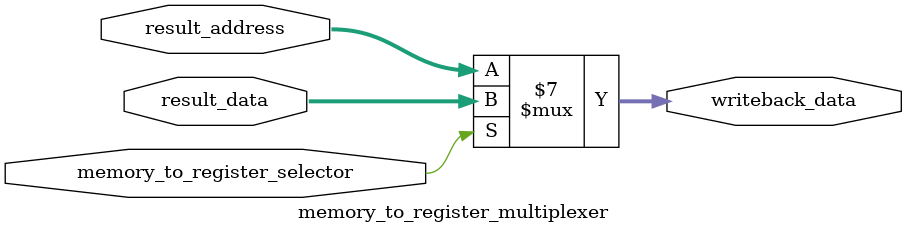
<source format=v>
module Processor(clock, reset, instruction, counter, 
    e_register_write, e_memory_to_register, e_memory_write, e_alu_control, e_alu_immediate, e_register_destination, e_rs_data, e_rt_data, e_immediate,
    m_register_write, m_memory_to_register, m_memory_write, m_register_destination, m_result, m_rt_data,
    w_register_write, w_memory_to_register, w_register_destination, w_result_address, w_result_data);

    input clock;
    input reset;
    output [31:0] instruction;
    output [31:0] counter;
    
    output e_register_write;
    output e_memory_to_register;
    output e_memory_write;
    output [3:0] e_alu_control;
    output e_alu_immediate;
    output [4:0] e_register_destination;
    output [31:0] e_rs_data;
    output [31:0] e_rt_data;
    output [31:0] e_immediate;
   
    output m_register_write;
    output m_memory_to_register;
    output m_memory_write;
    output [4:0] m_register_destination;
    output [31:0] m_result;
    output [31:0] m_rt_data;    
    
    output w_register_write;
    output w_memory_to_register;
    output [4:0] w_register_destination;
    output [31:0] w_result_address;
    output [31:0] w_result_data;
    
    // Wires for the fetch stage.
    wire [31:0] adder_to_program_counter;
    wire [31:0] program_counter_out; // Needs to be split up into two wires.
    wire [31:0] program_counter_to_adder;
    wire [31:0] program_counter_to_instruction_memory;
    wire [31:0] instruction_memory_to_fetch_decode;
    wire [31:0] instruction_out;
    
    // Wires for the decode stage.
    wire register_write_to_decode_execute;
    wire memory_to_register_to_decode_execute;
    wire memory_write_to_decode_execute;
    wire [3:0] alu_control_to_decode_execute;
    wire alu_immediate_to_decode_execute;
    wire register_destination_selector_to_destination;  
    wire [4:0] destination_to_decode_execute;
    wire register_write_memory_writeback_to_regfile; // FAR
    wire [4:0] register_destination_memory_writeback_to_regfile;
    wire [31:0] register_data_to_regfile; // FAR
    wire [31:0] rs_data_regfile_to_decode_execute;
    wire [31:0] rt_data_regfile_to_decode_execute;   
    wire [31:0] immediate_to_decode_execute;
    
    // Wires for the execute stage.
    wire register_write_decode_execute_to_execute_memory;
    wire memory_to_register_decode_execute_to_execute_memory;
    wire memory_write_decode_execute_to_execute_memory;
    wire [3:0] alu_control_decode_execute_to_alu;
    wire alu_immediate_decode_execute_to_second_source_alu;
    wire [4:0] register_destination_decode_execute_to_execute_memory;
    wire [31:0] rs_data_decode_execute_to_alu;
    wire [31:0] immediate_decode_execute_to_second_source_alu;  
    wire [31:0] second_source_second_source_alu_to_alu; 
    wire [31:0] result_alu_to_execute_memory;   
    wire [31:0] rt_data_decode_execute_to_execute_memory;  
    wire [31:0] rt_data_decode_execute_to_second_source_alu;
    wire [31:0] rt_data_decode_execute_out; // Wire needs to be split.
    wire [31:0] result_execute_memory_out; // Wire needs  to be split.     
    
    // Wires for the memory stage.
    wire [31:0] result_address_execute_memory_to_memory_writeback; 
    wire [31:0] result_address_execute_memory_to_data_memory;
    wire register_write_execute_memory_to_memory_writeback;
    wire memory_to_register_execute_memory_to_memory_writeback;
    wire memory_write_execute_memory_to_data_memory;
    wire [4:0] register_destination_execute_memory_to_memory_writeback;
    wire [31:0] rt_data_execute_memory_to_data_memory;   
    wire [31:0] result_data_data_memory_to_memory_writeback;
    
    // Wire for the writeback stage.
    wire memory_to_register_memory_writeback_to_memory_to_register_multiplexer;
    wire [31:0] result_address_memory_writeback_to_memory_to_register_multiplexer;
    wire [31:0] result_data_memory_writeback_to_memory_to_register_multiplexer;
    
    
    // I organized it in such a way that all the outputs are given values through
    // the assignments to existing wires.
    assign program_counter_to_adder = program_counter_out;
    assign program_counter_to_instruction_memory = program_counter_out;
    assign instruction = instruction_out; 
    assign counter = program_counter_out;
    
    assign e_register_write = register_write_decode_execute_to_execute_memory;
    assign e_memory_to_register = memory_to_register_decode_execute_to_execute_memory;
    assign e_memory_write = memory_write_decode_execute_to_execute_memory;
    assign e_alu_control = alu_control_decode_execute_to_alu;
    assign e_alu_immediate = alu_immediate_decode_execute_to_second_source_alu;
    assign e_register_destination = register_destination_decode_execute_to_execute_memory;
    assign e_rs_data = rs_data_decode_execute_to_alu;
    assign e_rt_data = rt_data_decode_execute_to_second_source_alu;
    assign e_immediate = immediate_decode_execute_to_second_source_alu;
    
    // Splitting wires.
    assign result_address_execute_memory_to_memory_writeback = result_execute_memory_out;
    assign result_address_execute_memory_to_data_memory = result_execute_memory_out;
     
    assign m_register_write = register_write_execute_memory_to_memory_writeback;
    assign m_memory_to_register = memory_to_register_execute_memory_to_memory_writeback;
    assign m_memory_write = memory_write_execute_memory_to_data_memory;
    assign m_register_destination = register_destination_execute_memory_to_memory_writeback;
    assign m_result = result_execute_memory_out; 
    assign m_rt_data = rt_data_execute_memory_to_data_memory;
    
    // More splitting.
    assign rt_data_decode_execute_to_second_source_alu = rt_data_decode_execute_out;
    assign rt_data_decode_execute_to_execute_memory = rt_data_decode_execute_out;
    
    assign w_register_write = register_write_memory_writeback_to_regfile;
    assign w_memory_to_register = memory_to_register_memory_writeback_to_memory_to_register_multiplexer;
    assign w_register_destination = register_destination_memory_writeback_to_regfile;
    assign w_result_address = result_address_memory_writeback_to_memory_to_register_multiplexer;
    assign w_result_data = result_data_memory_writeback_to_memory_to_register_multiplexer;
    
    // Instantiating modules.
    program_counter program_counter(
        .clock(clock),
        .reset(reset),
        .in_pc(adder_to_program_counter),
        .out_pc(program_counter_out)
    );
    
    adder adder(
        .old_counter(program_counter_to_adder),
        .new_counter(adder_to_program_counter)
    );
    
    instruction_memory instruction_memory(
        .pc_address(program_counter_to_instruction_memory),
        .instruction(instruction_memory_to_fetch_decode)
    );
    
    fetch_decode fetch_decode(
        .clock(clock),
        .reset(reset),
        .in_instruct(instruction_memory_to_fetch_decode),
        .out_instruct(instruction_out)
    );
    
    control_unit control_unit(
        .op_code(instruction_out[31:26]),
        .function_code(instruction_out[5:0]),
        .register_write(register_write_to_decode_execute),
        .memory_to_register(memory_to_register_to_decode_execute),
        .memory_write(memory_write_to_decode_execute),
        .alu_control(alu_control_to_decode_execute),
        .alu_immediate(alu_immediate_to_decode_execute),
        .register_destination(register_destination_selector_to_destination)
    );
    
    destination destination(
        .destination_selector(register_destination_selector_to_destination),
        .rt(instruction_out[25:21]), 
        .rd(instruction_out[20:16]), 
        .register_destination(destination_to_decode_execute)
    );
    
    regfile regfile(
        .clock(clock), 
        .write_enable(register_write_memory_writeback_to_regfile), 
        .write_address(register_destination_memory_writeback_to_regfile), 
        .write_data(register_data_to_regfile), 
        .rs_address(instruction_out[26:21]), 
        .rt_address(instruction_out[20:16]), 
        .rs_data(rs_data_regfile_to_decode_execute), 
        .rt_data(rt_data_regfile_to_decode_execute)
    );
        
    sign_extender sign_extender(
        .instruction(instruction_out[15:0]),
        .immediate(immediate_to_decode_execute)
    );
    
    decode_execute decode_execute(
        .clock(clock), 
        .register_write(register_write_to_decode_execute), 
        .memory_to_register(memory_to_register_to_decode_execute), 
        .memory_write(memory_write_to_decode_execute), 
        .alu_control(alu_control_to_decode_execute), 
        .alu_immediate(alu_immediate_to_decode_execute), 
        .register_destination(destination_to_decode_execute), 
        .rs_data(rs_data_regfile_to_decode_execute), 
        .rt_data(rt_data_regfile_to_decode_execute), 
        .immediate(immediate_to_decode_execute),
        .e_register_write(register_write_decode_execute_to_execute_memory), 
        .e_memory_to_register(memory_to_register_decode_execute_to_execute_memory), 
        .e_memory_write(memory_write_decode_execute_to_execute_memory), 
        .e_alu_control(alu_control_decode_execute_to_alu), 
        .e_alu_immediate(alu_immediate_decode_execute_to_second_source_alu), 
        .e_register_destination(register_destination_decode_execute_to_execute_memory), 
        .e_rs_data(rs_data_decode_execute_to_alu), 
        .e_rt_data(rt_data_decode_execute_out), 
        .e_immediate(immediate_decode_execute_to_second_source_alu)
    );
        
    second_source_alu second_source_alu(
        .alu_immediate_selector(alu_immediate_decode_execute_to_second_source_alu), 
        .rt_data(rt_data_decode_execute_to_second_source_alu), 
        .immediate(immediate_decode_execute_to_second_source_alu), 
        .second_source(second_source_second_source_alu_to_alu)
    );
    
    alu alu(
        .alu_control(alu_control_decode_execute_to_alu), 
        .first_source(rs_data_decode_execute_to_alu), 
        .second_source(second_source_second_source_alu_to_alu), 
        .result(result_alu_to_execute_memory)
    );
    
    execute_memory execute_memory(
        .clock(clock), 
        .e_register_write(register_write_decode_execute_to_execute_memory), 
        .e_memory_to_register(memory_to_register_decode_execute_to_execute_memory), 
        .e_memory_write(memory_write_decode_execute_to_execute_memory), 
        .e_register_destination(register_destination_decode_execute_to_execute_memory), 
        .e_result(result_alu_to_execute_memory), 
        .e_rt_data(rt_data_decode_execute_to_execute_memory),
        
        .m_register_write(register_write_execute_memory_to_memory_writeback), 
        .m_memory_to_register(memory_to_register_execute_memory_to_memory_writeback), 
        .m_memory_write(memory_write_execute_memory_to_data_memory), 
        .m_register_destination(register_destination_execute_memory_to_memory_writeback), 
        .m_result(result_execute_memory_out), 
        .m_rt_data(rt_data_execute_memory_to_data_memory)
    );
    
    data_memory data_memory(
        .write_enable(memory_write_execute_memory_to_data_memory), 
        .write_data(rt_data_execute_memory_to_data_memory), 
        .result_address(result_address_execute_memory_to_data_memory), 
        .result_data(result_data_data_memory_to_memory_writeback)       
    );
    
    memory_writeback memory_writeback(
        .clock(clock), 
        .m_register_write(register_write_execute_memory_to_memory_writeback), 
        .m_memory_to_register(memory_to_register_execute_memory_to_memory_writeback), 
        .m_register_destination(register_destination_execute_memory_to_memory_writeback), 
        .m_result_address(result_address_execute_memory_to_memory_writeback), 
        .m_result_data(result_data_data_memory_to_memory_writeback),
        .w_register_write(register_write_memory_writeback_to_regfile), 
        .w_memory_to_register(memory_to_register_memory_writeback_to_memory_to_register_multiplexer), 
        .w_register_destination(register_destination_memory_writeback_to_regfile), 
        .w_result_address(result_address_memory_writeback_to_memory_to_register_multiplexer), 
        .w_result_data(result_data_memory_writeback_to_memory_to_register_multiplexer)
    );
    
    memory_to_register_multiplexer memory_to_register_multiplexer(
        .memory_to_register_selector(memory_to_register_memory_writeback_to_memory_to_register_multiplexer), 
        .result_address(result_address_memory_writeback_to_memory_to_register_multiplexer), 
        .result_data(result_data_memory_writeback_to_memory_to_register_multiplexer), 
        .writeback_data(register_data_to_regfile)
    );
    
endmodule


// program_counter module is a register that acts like a DFF that is triggered by
// the positive edge of the clock. This is a common pattern of the future registers
// for pipelining --> their logic resembles a DFF.
module program_counter(clock, reset, in_pc, out_pc);
    input clock;
    input reset;
    input [31:0] in_pc;
    output reg [31:0] out_pc;    
    
    initial begin
        out_pc <= 100;
    end
    
    always @(posedge clock) begin
        if(reset) out_pc <= 100;
        else out_pc <= in_pc;
    end
endmodule

// Adder simply increments the pc address by 4, so that we can move onto the
// next instruction.
module adder(old_counter, new_counter);
    input [31:0] old_counter;
    output reg [31:0] new_counter;
    
    always @(old_counter) begin
        new_counter <= old_counter + 4;
    end
endmodule

// instruction_memory module takes the given pc address and gives a 32 bit
// instructions from that address. These are hardcoded to show that it works.
// We represent this structure by making a reg called instruct_memory that stores
// these 32 bit addresses so that they can be accessed and manipulated.
module instruction_memory(pc_address, instruction);
    input [31:0] pc_address;
    output reg [31:0] instruction;
    reg [31:0] instruct_memory [0:511];

    initial begin
        instruct_memory[100] = 32'b100011_00001_00010_0000000000000000;
        instruct_memory[104] = 32'b100011_00001_00011_0000000000000100;
        instruct_memory[108] = 32'b100011_00001_00100_0000000000001000;
        instruct_memory[112] = 32'b100011_00001_00101_0000000000001100;
        instruct_memory[116] = 32'b000000_00010_01010_00110_00000_100000;
    end
    
    always @(pc_address) begin
        instruction <= instruct_memory[pc_address];
    end
endmodule

// fetch_decode pipeline register outputs only the 32 bit instruction.
module fetch_decode(clock, reset, in_instruct, out_instruct);
    input clock;
    input reset;
    input [31:0] in_instruct;
    output reg [31:0] out_instruct;

    always @(posedge clock) begin
        if(reset) out_instruct <= 0;
        else out_instruct <= in_instruct;
    end
endmodule

// sign_extender is used to make the 16 bit immediate field into 32 bits for
// later operations in the ALU if it gets there.
module sign_extender(instruction, immediate);
    input [31:0] instruction;
    output reg [31:0] immediate;
    
    always @(instruction) begin
        immediate = {{16{instruction[15]}}, instruction[15:0]};
    end
endmodule

// regfile module is similar in vein to the instruction memory. We have a structure
// called register that holds all the register values that we hardcode.
// Basically we give it two register addresses rs and rt, and we are given back the
// 32 bit data values that are actually stored in the register.
// The other aspect is writing to the register which is done at a later step.
module regfile(clock, write_enable, write_address, write_data, rs_address, rt_address, rs_data, rt_data); 
    input clock;
    input write_enable;
    input [4:0] write_address;
    input [31:0] write_data;
    input [4:0] rs_address;
    input [4:0] rt_address;
    output [31:0] rs_data; 
    output [31:0] rt_data;  
    reg [31:0] register [0:31]; 
    
    integer j;
    initial begin
        for(j = 0; j < 32; j = j + 1) register[j] = 0; // This might break.
    end
    
    integer k;
    initial begin
        for(k = 1; k < 11; k = k + 1)
            case(k)
                1: register[k] = 0;
                2: register[k] = 32'b0001_0000_0000_0000_0000_0000_0001_0001;
                3: register[k] = 32'b0010_0000_0000_0000_0000_0000_0010_0010;
                4: register[k] = 32'b0011_0000_0000_0000_0000_0000_0011_0011;
                5: register[k] = 32'b0100_0000_0000_0000_0000_0000_0100_0100;
                6: register[k] = 32'b0101_0000_0000_0000_0000_0000_0101_0101;
                7: register[k] = 32'b0110_0000_0000_0000_0000_0000_0110_0110;
                8: register[k] = 32'b0111_0000_0000_0000_0000_0000_0111_0111;
                9: register[k] = 32'b1000_0000_0000_0000_0000_0000_1000_1000;
                10: register[k] = 32'b1001_0000_0000_0000_0000_0000_1001_1001;
            endcase
    end
  
    assign rs_data = (rs_address == 0) ? 0 : register[rs_address];
    assign rt_data = (rt_address == 0) ? 0 : register[rt_address];
  
    always @(posedge clock) begin
        if(write_enable && (write_address != 0)) register[write_address] = write_data;
    end
endmodule 

// control_unit module determines the control lines. They determine how we manipulate
// the 32 bit instruction. This is done by checking the instruction type and funccode.
module control_unit(op_code, function_code, register_write, memory_to_register, memory_write, alu_control, alu_immediate, register_destination);
    input [5:0] op_code;
    input [5:0] function_code;
    output reg register_write;
    output reg memory_to_register;
    output reg memory_write;
    output reg [3:0] alu_control; 
    output reg alu_immediate; 
    output reg register_destination; 
    
    always @(op_code || function_code) begin
        case(op_code)
            6'b000000: begin // R type instruction
                case(function_code)
                    6'b100000: alu_control <= 4'b0010; // ADD
                    6'b100010: alu_control <= 4'b0110; // SUB
                    6'b100100: alu_control <= 4'b0000; // AND
                    6'b100101: alu_control <= 4'b0001; // OR
                    6'b101010: alu_control <= 4'b0111; // SLT
                    6'b100111: alu_control <= 4'b1100; // NOR
                endcase
                
                register_write <= 1;
                memory_to_register <= 0;
                memory_write <= 0;
                alu_immediate <= 0; // Uses rt for alu second source
                register_destination <= 1; // Because it uses rd for destination not rt.
            end
            6'b100011: begin // lw instruction
                register_write <= 1;
                memory_to_register <= 1;
                memory_write <= 1;
                alu_control <= 4'b0010; // lw uses add alu function
                alu_immediate <= 1; // Uses immediate shift for alu second source.
                register_destination <= 0; // Uses rt as destination register.
            end
            6'b101011: begin // sw instruction
                register_write <= 0;
                memory_to_register <= 1'bx; // So this is a don't care instance
                memory_write <= 1;
                alu_control <= 4'b0010; // sw uses add
                alu_immediate <= 1; // same as alu_src
                register_destination <= 0; // rt destination
            end      
        endcase
    end   
endmodule

// destination is a multiplexer module to determine whether or not the destination
// is rt or rd, which is found by the control module using the opcode.
module destination(destination_selector, rt, rd, register_destination);
    input destination_selector;
    input [4:0] rt;
    input [4:0] rd;
    output reg [4:0] register_destination;
    
    always @(destination_selector || rt || rd) begin
        if(destination_selector) register_destination <= rd;
        else register_destination <= rt;
    end
endmodule

// decode_execute pipeline is again, just a DFF that is triggered by the positive
// edge of the clock. I denote e_prefix as the output for this step.
module decode_execute(clock, register_write, memory_to_register, memory_write, alu_control, alu_immediate, register_destination, rs_data, rt_data, immediate,
    e_register_write, e_memory_to_register, e_memory_write, e_alu_control, e_alu_immediate, e_register_destination, e_rs_data, e_rt_data, e_immediate);
    
    input clock;
    
    input register_write;
    input memory_to_register;
    input memory_write;
    input [3:0] alu_control;
    input alu_immediate;
    input [4:0] register_destination;
    input [31:0] rs_data;
    input [31:0] rt_data;
    input [31:0] immediate;
    output reg e_register_write;
    output reg e_memory_to_register;
    output reg e_memory_write;
    output reg [3:0] e_alu_control;
    output reg e_alu_immediate;
    output reg [4:0] e_register_destination;
    output reg [31:0] e_rs_data;
    output reg [31:0] e_rt_data;
    output reg [31:0] e_immediate;
    
    always @(posedge clock) begin
        e_register_write <= register_write;
        e_memory_to_register <= memory_to_register;
        e_memory_write <= memory_write;
        e_alu_control <= alu_control;
        e_alu_immediate <= alu_immediate;
        e_register_destination <= register_destination;
        e_rs_data <= rs_data;
        e_rt_data <= rt_data;
        e_immediate <= immediate;
    end
endmodule

// second_source_alu is to determine whether or not we use the value for
// rt_data or the immediate field for alu, which is determined by the control unit.
module second_source_alu(alu_immediate_selector, rt_data, immediate, second_source);
    input alu_immediate_selector;
    input [31:0] rt_data;
    input [31:0] immediate;
    output reg [31:0] second_source;
    
    always @(alu_immediate_selector || rt_data || immediate) begin
        if(alu_immediate_selector) second_source <= immediate;
        else second_source <= rt_data;
    end    
endmodule

// This part does an operation between the first and second source depending on
// what operation we need, which is found by the control unit. The output is then
// set as the result.
module alu(alu_control, first_source, second_source, result);
    input [3:0] alu_control;
    input [31:0] first_source;
    input [31:0] second_source;
    output reg [31:0] result;
    
    always @(alu_control || first_source || second_source) begin
        case(alu_control)
            4'b0000: result <= first_source & second_source;
            4'b0001: result <= first_source | second_source;
            4'b0010: result <= first_source + second_source;
            4'b0110: result <= first_source - second_source;
            4'b0111: result <= first_source < second_source ? 1 : 0;
            4'b1100: result <= first_source ^ second_source;
        endcase
    end
endmodule

// execute_memory pipeline is a DFF, same as other cases.
module execute_memory(clock, e_register_write, e_memory_to_register, e_memory_write, e_register_destination, e_result, e_rt_data,
    m_register_write, m_memory_to_register, m_memory_write, m_register_destination, m_result, m_rt_data);
    
    input clock;
    input e_register_write;
    input e_memory_to_register;
    input e_memory_write;
    input [4:0] e_register_destination;
    input [31:0] e_result;
    input [31:0] e_rt_data;
    
    output reg m_register_write;
    output reg m_memory_to_register;
    output reg m_memory_write;
    output reg [4:0] m_register_destination;
    output reg [31:0] m_result;
    output reg [31:0] m_rt_data;
    
    always @(posedge clock) begin
        m_register_write <= e_register_write;
        m_memory_to_register <= e_memory_to_register;
        m_memory_write <= e_memory_write;
        m_register_destination <= e_register_destination;
        m_result <= e_result;
        m_rt_data <= e_rt_data;
    end 
endmodule

// data_memory is similar to the regfile and instruction memory.
// The values are hardcoded and taken from a structure called data_memory which
// holds them all. 
module data_memory(write_enable, write_data, result_address, result_data);
    input write_enable;
    input [31:0] write_data; 
    input [31:0] result_address;
    output [31:0] result_data; 
    reg [31:0] data_memory [0:511];
    
    integer j;
    initial begin
        for(j = 0; j < 512; j = j + 1) data_memory[j] = 0; 
    end
    
    integer k;
    initial begin
        for(k = 0; k < 40; k = k + 4)
            case(k)
                0: data_memory[k] = 8'hA00000AA;
                4: data_memory[k] = 8'h10000011;
                8: data_memory[k] = 8'h20000022;
                12: data_memory[k] = 8'h30000033;
                16: data_memory[k] = 8'h40000044;
                20: data_memory[k] = 8'h50000055;
                24: data_memory[k] = 8'h60000066;
                28: data_memory[k] = 8'h70000077;
                32: data_memory[k] = 8'h80000088;
                36: data_memory[k] = 8'h90000099;
            endcase
    end
    
    assign result_data = data_memory[result_address];   
    always @(write_enable || write_data || result_address) begin
        if(write_enable) data_memory[result_address] = write_data;
    end
endmodule

// memory_writeback pipeline. Same case as the other pipeline registers.
module memory_writeback(clock, m_register_write, m_memory_to_register, m_register_destination, m_result_address, m_result_data,
    w_register_write, w_memory_to_register, w_register_destination, w_result_address, w_result_data);
    
    input clock;
    
    input m_register_write;
    input m_memory_to_register;
    input [4:0] m_register_destination;
    input [31:0] m_result_address;
    input [31:0] m_result_data;
    
    output reg w_register_write;
    output reg w_memory_to_register;
    output reg [4:0] w_register_destination;
    output reg [31:0] w_result_address;
    output reg [31:0] w_result_data;    
    
    
    always @(posedge clock) begin
        w_register_write <= m_register_write;
        w_memory_to_register <= m_memory_to_register;
        w_register_destination <= m_register_destination;
        w_result_address <= m_result_address;
        w_result_data <= m_result_address;
    end 
endmodule

// This module is used to determine what data is going to be written back into the
// regfile. The selector for this multiplexer is originally from the control unit, 
// but is passed on through the pipelines.
module memory_to_register_multiplexer(memory_to_register_selector, result_address, result_data, writeback_data);
    input memory_to_register_selector;
    input [31:0] result_address;
    input [31:0] result_data;
    output reg [31:0] writeback_data; 
    
    always @(memory_to_register_selector || result_address || result_data) begin
        if(memory_to_register_selector) writeback_data <= result_data;
        else writeback_data <= result_address;
    end
endmodule



</source>
